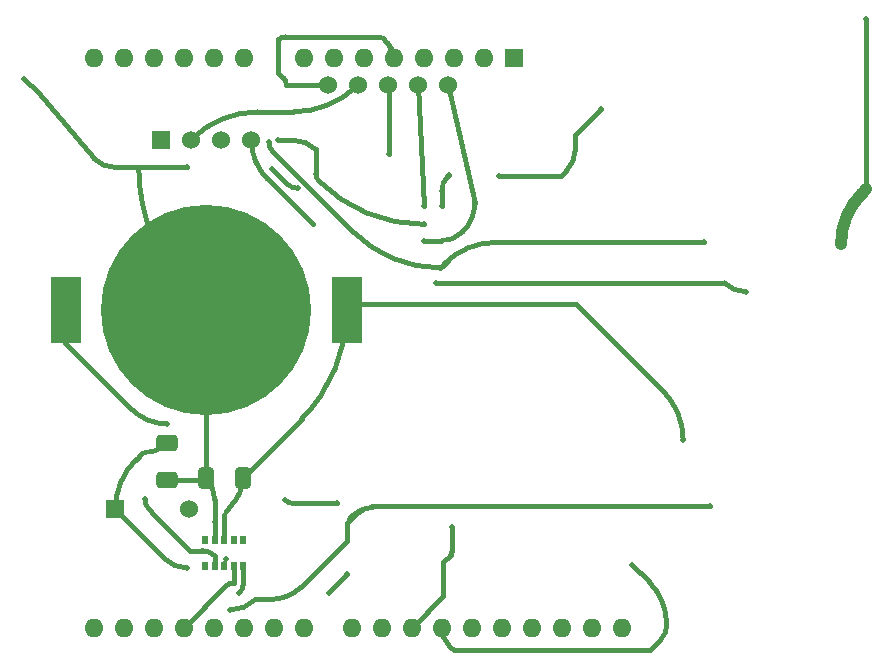
<source format=gbr>
%TF.GenerationSoftware,KiCad,Pcbnew,(5.99.0-13050-gf79cb382c4)*%
%TF.CreationDate,2021-11-18T10:13:38-08:00*%
%TF.ProjectId,S_Alarm,535f416c-6172-46d2-9e6b-696361645f70,rev?*%
%TF.SameCoordinates,Original*%
%TF.FileFunction,Copper,L2,Bot*%
%TF.FilePolarity,Positive*%
%FSLAX46Y46*%
G04 Gerber Fmt 4.6, Leading zero omitted, Abs format (unit mm)*
G04 Created by KiCad (PCBNEW (5.99.0-13050-gf79cb382c4)) date 2021-11-18 10:13:38*
%MOMM*%
%LPD*%
G01*
G04 APERTURE LIST*
G04 Aperture macros list*
%AMRoundRect*
0 Rectangle with rounded corners*
0 $1 Rounding radius*
0 $2 $3 $4 $5 $6 $7 $8 $9 X,Y pos of 4 corners*
0 Add a 4 corners polygon primitive as box body*
4,1,4,$2,$3,$4,$5,$6,$7,$8,$9,$2,$3,0*
0 Add four circle primitives for the rounded corners*
1,1,$1+$1,$2,$3*
1,1,$1+$1,$4,$5*
1,1,$1+$1,$6,$7*
1,1,$1+$1,$8,$9*
0 Add four rect primitives between the rounded corners*
20,1,$1+$1,$2,$3,$4,$5,0*
20,1,$1+$1,$4,$5,$6,$7,0*
20,1,$1+$1,$6,$7,$8,$9,0*
20,1,$1+$1,$8,$9,$2,$3,0*%
G04 Aperture macros list end*
%TA.AperFunction,ComponentPad*%
%ADD10R,1.600000X1.600000*%
%TD*%
%TA.AperFunction,ComponentPad*%
%ADD11O,1.600000X1.600000*%
%TD*%
%TA.AperFunction,ComponentPad*%
%ADD12R,1.524000X1.524000*%
%TD*%
%TA.AperFunction,ComponentPad*%
%ADD13C,1.524000*%
%TD*%
%TA.AperFunction,SMDPad,CuDef*%
%ADD14RoundRect,0.250000X-0.650000X0.412500X-0.650000X-0.412500X0.650000X-0.412500X0.650000X0.412500X0*%
%TD*%
%TA.AperFunction,SMDPad,CuDef*%
%ADD15RoundRect,0.250000X-0.412500X-0.650000X0.412500X-0.650000X0.412500X0.650000X-0.412500X0.650000X0*%
%TD*%
%TA.AperFunction,SMDPad,CuDef*%
%ADD16R,2.600000X5.560000*%
%TD*%
%TA.AperFunction,SMDPad,CuDef*%
%ADD17C,17.800000*%
%TD*%
%TA.AperFunction,SMDPad,CuDef*%
%ADD18R,0.500000X0.800000*%
%TD*%
%TA.AperFunction,ViaPad*%
%ADD19C,0.508000*%
%TD*%
%TA.AperFunction,Conductor*%
%ADD20C,0.450000*%
%TD*%
%TA.AperFunction,Conductor*%
%ADD21C,1.000000*%
%TD*%
%TA.AperFunction,Conductor*%
%ADD22C,0.152400*%
%TD*%
G04 APERTURE END LIST*
D10*
%TO.P,A1,1,NC*%
%TO.N,unconnected-(A1-Pad1)*%
X126111000Y-50800000D03*
D11*
%TO.P,A1,2,IOREF*%
%TO.N,unconnected-(A1-Pad2)*%
X123571000Y-50800000D03*
%TO.P,A1,3,~{RESET}*%
%TO.N,unconnected-(A1-Pad3)*%
X121031000Y-50800000D03*
%TO.P,A1,4,3V3*%
%TO.N,unconnected-(A1-Pad4)*%
X118491000Y-50800000D03*
%TO.P,A1,5,+5V*%
%TO.N,VDD*%
X115951000Y-50800000D03*
%TO.P,A1,6,GND*%
%TO.N,unconnected-(A1-Pad6)*%
X113411000Y-50800000D03*
%TO.P,A1,7,GND*%
%TO.N,unconnected-(A1-Pad7)*%
X110871000Y-50800000D03*
%TO.P,A1,8,VIN*%
%TO.N,unconnected-(A1-Pad8)*%
X108331000Y-50800000D03*
%TO.P,A1,9,A0*%
%TO.N,unconnected-(A1-Pad9)*%
X103251000Y-50800000D03*
%TO.P,A1,10,A1*%
%TO.N,unconnected-(A1-Pad10)*%
X100711000Y-50800000D03*
%TO.P,A1,11,A2*%
%TO.N,ENTER*%
X98171000Y-50800000D03*
%TO.P,A1,12,A3*%
%TO.N,SELECT*%
X95631000Y-50800000D03*
%TO.P,A1,13,SDA/A4*%
%TO.N,Net-(A1-Pad13)*%
X93091000Y-50800000D03*
%TO.P,A1,14,SCL/A5*%
%TO.N,Net-(A1-Pad14)*%
X90551000Y-50800000D03*
%TO.P,A1,15,D0/RX*%
%TO.N,unconnected-(A1-Pad15)*%
X90551000Y-99060000D03*
%TO.P,A1,16,D1/TX*%
%TO.N,unconnected-(A1-Pad16)*%
X93091000Y-99060000D03*
%TO.P,A1,17,D2*%
%TO.N,GSTR_INT*%
X95631000Y-99060000D03*
%TO.P,A1,18,D3*%
%TO.N,RTC_INT1*%
X98171000Y-99060000D03*
%TO.P,A1,19,D4*%
%TO.N,unconnected-(A1-Pad19)*%
X100711000Y-99060000D03*
%TO.P,A1,20,D5*%
%TO.N,BZR*%
X103251000Y-99060000D03*
%TO.P,A1,21,D6*%
%TO.N,unconnected-(A1-Pad21)*%
X105791000Y-99060000D03*
%TO.P,A1,22,D7*%
%TO.N,unconnected-(A1-Pad22)*%
X108331000Y-99060000D03*
%TO.P,A1,23,D8*%
%TO.N,LED_CNTRL*%
X112391000Y-99060000D03*
%TO.P,A1,24,D9*%
%TO.N,unconnected-(A1-Pad24)*%
X114931000Y-99060000D03*
%TO.P,A1,25,D10*%
%TO.N,PRG_IND*%
X117471000Y-99060000D03*
%TO.P,A1,26,D11*%
%TO.N,PWR_IND*%
X120011000Y-99060000D03*
%TO.P,A1,27,D12*%
%TO.N,unconnected-(A1-Pad27)*%
X122551000Y-99060000D03*
%TO.P,A1,28,D13*%
%TO.N,unconnected-(A1-Pad28)*%
X125091000Y-99060000D03*
%TO.P,A1,29,GND*%
%TO.N,GND*%
X127631000Y-99060000D03*
%TO.P,A1,30,AREF*%
%TO.N,unconnected-(A1-Pad30)*%
X130171000Y-99060000D03*
%TO.P,A1,31,SDA/A4*%
%TO.N,unconnected-(A1-Pad31)*%
X132711000Y-99060000D03*
%TO.P,A1,32,SCL/A5*%
%TO.N,unconnected-(A1-Pad32)*%
X135251000Y-99060000D03*
%TD*%
D12*
%TO.P,DS2,1,VCC*%
%TO.N,VDD*%
X96266000Y-57715000D03*
D13*
%TO.P,DS2,2,GND*%
%TO.N,GND*%
X98806000Y-57715000D03*
%TO.P,DS2,3,SCL*%
%TO.N,Net-(A1-Pad14)*%
X101346000Y-57715000D03*
%TO.P,DS2,4,SDA*%
%TO.N,Net-(A1-Pad13)*%
X103886000Y-57715000D03*
%TD*%
%TO.P,U1,1,VIN*%
%TO.N,VDD*%
X110395000Y-53086000D03*
%TO.P,U1,2,GND*%
%TO.N,GND*%
X112935000Y-53086000D03*
%TO.P,U1,3,SCL*%
%TO.N,Net-(A1-Pad14)*%
X115475000Y-53086000D03*
%TO.P,U1,4,SDA*%
%TO.N,Net-(A1-Pad13)*%
X118015000Y-53086000D03*
%TO.P,U1,5,INT*%
%TO.N,GSTR_INT*%
X120555000Y-53086000D03*
%TD*%
D12*
%TO.P,BZ1,1,-*%
%TO.N,VDD*%
X92377000Y-89027000D03*
D13*
%TO.P,BZ1,2,+*%
%TO.N,Net-(BZ1-Pad2)*%
X98627000Y-89027000D03*
%TD*%
D14*
%TO.P,C2,1*%
%TO.N,VDD*%
X96774000Y-83400500D03*
%TO.P,C2,2*%
%TO.N,GND*%
X96774000Y-86525500D03*
%TD*%
D15*
%TO.P,C3,1*%
%TO.N,GND*%
X100037500Y-86360000D03*
%TO.P,C3,2*%
%TO.N,V_CR3023*%
X103162500Y-86360000D03*
%TD*%
D16*
%TO.P,BT1,1,+*%
%TO.N,V_CR3023*%
X111981000Y-72136000D03*
X88171000Y-72136000D03*
D17*
%TO.P,BT1,2,-*%
%TO.N,GND*%
X100076000Y-72136000D03*
%TD*%
D18*
%TO.P,Y1,1,VDD*%
%TO.N,VDD*%
X103200000Y-93810000D03*
%TO.P,Y1,2,~{INT_1}*%
%TO.N,RTC_INT1*%
X102400000Y-93810000D03*
%TO.P,Y1,3,SCL*%
%TO.N,Net-(A1-Pad14)*%
X101600000Y-93810000D03*
%TO.P,Y1,4,SDA*%
%TO.N,Net-(A1-Pad13)*%
X100800000Y-93810000D03*
%TO.P,Y1,5,CLKOUT*%
%TO.N,unconnected-(Y1-Pad5)*%
X100000000Y-93810000D03*
%TO.P,Y1,6,~{INT_2}*%
%TO.N,BUP_IND*%
X100000000Y-91610000D03*
%TO.P,Y1,7,VSS*%
%TO.N,GND*%
X100800000Y-91610000D03*
%TO.P,Y1,8,VBACKUP*%
%TO.N,V_CR3023*%
X101600000Y-91610000D03*
%TO.P,Y1,9,N.C._1*%
%TO.N,unconnected-(Y1-Pad9)*%
X102400000Y-91610000D03*
%TO.P,Y1,10,N.C._2*%
%TO.N,unconnected-(Y1-Pad10)*%
X103200000Y-91610000D03*
%TD*%
D19*
%TO.N,GSTR_INT*%
X112014000Y-94488000D03*
X110490000Y-96139000D03*
X118491000Y-66294000D03*
%TO.N,VDD*%
X98425000Y-93980000D03*
X102870000Y-96139000D03*
%TO.N,PRG_IND*%
X120904000Y-90551000D03*
%TO.N,PWR_IND*%
X136144000Y-93726000D03*
%TO.N,ENTER*%
X119507000Y-69850000D03*
X118491000Y-64897000D03*
X145796000Y-70612000D03*
X106172000Y-57785000D03*
%TO.N,SELECT*%
X105410000Y-57912000D03*
X142240000Y-66421000D03*
%TO.N,Net-(A1-Pad13)*%
X118491000Y-63373000D03*
X94869000Y-88138000D03*
X109093000Y-64897000D03*
%TO.N,GND*%
X100800000Y-90081000D03*
X155956000Y-47498000D03*
X111125000Y-88519000D03*
X153819000Y-66548002D03*
X84670500Y-52578000D03*
X106783000Y-88265000D03*
X98425000Y-60071000D03*
%TO.N,Net-(A1-Pad14)*%
X101727000Y-93218000D03*
X120015000Y-63373000D03*
X120650000Y-60706000D03*
X124841000Y-60833000D03*
X115570000Y-58928000D03*
X133477000Y-55118000D03*
X105664000Y-60198000D03*
X107823000Y-61849000D03*
%TO.N,V_CR3023*%
X103162500Y-86360000D03*
X96774000Y-81788000D03*
X140462000Y-83159000D03*
%TO.N,BUP_IND*%
X100000000Y-91610000D03*
X102108000Y-97536000D03*
X142748000Y-88773000D03*
%TD*%
D20*
%TO.N,V_CR3023*%
X93738764Y-80530764D02*
X88138000Y-74930000D01*
X93738764Y-80530764D02*
G75*
G03*
X96774000Y-81788000I3035236J3035235D01*
G01*
%TO.N,PWR_IND*%
X137538356Y-95120357D02*
X136144000Y-93726000D01*
X137538356Y-95120357D02*
G75*
G02*
X139065000Y-98806000I-3685641J-3685643D01*
G01*
X139065000Y-98806000D02*
G75*
G02*
X138526184Y-100106816I-1839632J1D01*
G01*
X137668000Y-100965000D02*
X138526184Y-100106816D01*
%TO.N,GSTR_INT*%
X119953370Y-66294000D02*
X118491000Y-66294000D01*
X120555000Y-53086000D02*
X122809000Y-63079160D01*
X119953370Y-66293999D02*
G75*
G03*
X121793000Y-65532000I-2J2601634D01*
G01*
X121793000Y-65532000D02*
G75*
G03*
X122809000Y-63079160I-2452843J2452842D01*
G01*
%TO.N,Net-(A1-Pad13)*%
X118491000Y-63373000D02*
X118015000Y-53086000D01*
%TO.N,GND*%
X106783000Y-88265000D02*
G75*
G03*
X107396210Y-88519000I613210J613209D01*
G01*
X111125000Y-88519000D02*
X107396210Y-88519000D01*
%TO.N,PRG_IND*%
X120142000Y-93502815D02*
X120761795Y-92883021D01*
X120904000Y-91663185D02*
X120904000Y-92539708D01*
%TO.N,ENTER*%
X109602095Y-61215095D02*
G75*
G03*
X118490999Y-64897000I8888905J8888904D01*
G01*
X118491000Y-64897000D02*
X118490999Y-64897000D01*
X107507370Y-57785000D02*
X106172000Y-57785000D01*
X107507370Y-57785000D02*
G75*
G02*
X109347000Y-58547000I2J-2601623D01*
G01*
X109347000Y-60599242D02*
X109347000Y-58547000D01*
X109347001Y-60599242D02*
G75*
G03*
X109602096Y-61215094I870942J-2D01*
G01*
%TO.N,SELECT*%
X105664000Y-58674000D02*
X112516713Y-65526713D01*
X105410000Y-57912000D02*
X105410000Y-58060790D01*
X105664000Y-58674000D02*
G75*
G02*
X105410000Y-58060790I613209J613210D01*
G01*
X119888000Y-68580000D02*
G75*
G02*
X112516713Y-65526713I-2J10424568D01*
G01*
%TO.N,GND*%
X92390630Y-60071000D02*
X98425000Y-60071000D01*
X85799040Y-53706541D02*
X90551000Y-59309000D01*
X92390630Y-60071000D02*
G75*
G02*
X90551000Y-59309000I-2J2601623D01*
G01*
%TO.N,VDD*%
X103199999Y-95342310D02*
G75*
G02*
X102869999Y-96138999I-1126684J-2D01*
G01*
%TO.N,V_CR3023*%
X138725269Y-78966162D02*
X131387108Y-71628000D01*
X138725269Y-78966162D02*
G75*
G02*
X140462000Y-83159000I-4192838J-4192839D01*
G01*
%TO.N,PWR_IND*%
X120011000Y-99060000D02*
G75*
G03*
X120636790Y-100570790I2136583J2D01*
G01*
X121031000Y-100965000D02*
X120636790Y-100570790D01*
X137668000Y-100965000D02*
X121031000Y-100965000D01*
%TO.N,PRG_IND*%
X120761795Y-92883021D02*
G75*
G03*
X120904000Y-92539708I-343313J343313D01*
G01*
X120904000Y-90551000D02*
X120904000Y-91663185D01*
%TO.N,BUP_IND*%
X112565579Y-89596631D02*
G75*
G02*
X114554000Y-88773000I1988422J-1988423D01*
G01*
X112565579Y-89596631D02*
X112014000Y-90148210D01*
X114554000Y-88773000D02*
X114107630Y-88773000D01*
X142748000Y-88773000D02*
X114554000Y-88773000D01*
X108138631Y-95569369D02*
G75*
G02*
X105537000Y-96647000I-2601631J2601631D01*
G01*
X104254235Y-96647000D02*
G75*
G02*
X102108000Y-97536000I-2146232J2146228D01*
G01*
%TO.N,RTC_INT1*%
X101677134Y-95553866D02*
X98171000Y-99060000D01*
X101677134Y-95553866D02*
G75*
G02*
X102400000Y-95254445I722867J-722867D01*
G01*
%TO.N,VDD*%
X96555718Y-93205718D02*
X92377000Y-89027000D01*
X96555718Y-93205718D02*
G75*
G03*
X98425000Y-93980000I1869281J1869279D01*
G01*
X94117190Y-84825810D02*
G75*
G03*
X92377000Y-89027000I4201185J-4201188D01*
G01*
X94671699Y-84271302D02*
X94671698Y-84271302D01*
X94671699Y-84271301D02*
G75*
G03*
X96773999Y-83400499I0J2973101D01*
G01*
%TO.N,Net-(A1-Pad13)*%
X95694500Y-89471500D02*
X95228211Y-89005211D01*
X95228210Y-89005210D02*
X95694500Y-89471500D01*
X98742500Y-92519500D02*
X95694500Y-89471500D01*
X95228210Y-89005210D02*
G75*
G02*
X94869000Y-88138000I867213J867211D01*
G01*
X99736539Y-92519501D02*
G75*
G02*
X100799999Y-92960001I3J-1503953D01*
G01*
X100800000Y-93810000D02*
X100800000Y-92960000D01*
X99736539Y-92519500D02*
X98742500Y-92519500D01*
%TO.N,GND*%
X100800000Y-90081000D02*
X100800000Y-88200837D01*
X100037500Y-86360000D02*
G75*
G02*
X100800000Y-88200837I-1840825J-1840833D01*
G01*
%TO.N,V_CR3023*%
X102201895Y-88679105D02*
G75*
G03*
X103162500Y-86360000I-2319106J2319106D01*
G01*
X108158734Y-81363765D02*
X103162500Y-86360000D01*
X108158734Y-81363765D02*
G75*
G03*
X111981000Y-72136000I-9227754J9227761D01*
G01*
%TO.N,SELECT*%
X120250880Y-68217120D02*
X119888000Y-68580000D01*
X120250880Y-68217120D02*
G75*
G02*
X124587000Y-66421000I4336219J-4336220D01*
G01*
X142240000Y-66421000D02*
X124587000Y-66421000D01*
%TO.N,Net-(A1-Pad14)*%
X107823000Y-61849000D02*
G75*
G02*
X106955789Y-61489789I-1J1226418D01*
G01*
X105664000Y-60198000D02*
X106955789Y-61489789D01*
%TO.N,GND*%
X98851128Y-70911128D02*
X100076000Y-72136000D01*
X98851128Y-70911128D02*
G75*
G02*
X94361000Y-60071000I10840125J10840127D01*
G01*
%TO.N,Net-(A1-Pad13)*%
X103886000Y-57715000D02*
G75*
G03*
X105282536Y-61086536I4768069J-1D01*
G01*
%TO.N,SELECT*%
X120507593Y-67960408D02*
X119888000Y-68580000D01*
%TO.N,GND*%
X107416108Y-55372000D02*
X104462502Y-55372000D01*
X107416108Y-55371999D02*
G75*
G03*
X112934999Y-53085999I-2J7804896D01*
G01*
X98806000Y-57715000D02*
G75*
G02*
X104462502Y-55372000I5656500J-5656496D01*
G01*
%TO.N,Net-(A1-Pad14)*%
X120523000Y-60833000D02*
G75*
G03*
X120015000Y-62059420I1226424J-1226422D01*
G01*
%TO.N,VDD*%
X106859604Y-53086000D02*
G75*
G03*
X106605605Y-52472790I-867210J0D01*
G01*
X106172000Y-52039185D02*
X106605605Y-52472790D01*
X106172000Y-49276000D02*
X106172000Y-52039185D01*
X114755395Y-49022000D02*
X106785210Y-49022000D01*
X106172000Y-49276000D02*
G75*
G02*
X106785210Y-49022000I613210J-613209D01*
G01*
X115412185Y-49499184D02*
X115062000Y-49149000D01*
X115412185Y-49499184D02*
G75*
G02*
X115951000Y-50800000I-1300826J-1300819D01*
G01*
%TO.N,ENTER*%
X143956370Y-69850000D02*
G75*
G03*
X145796000Y-70612000I1839630J1839628D01*
G01*
%TO.N,Net-(A1-Pad14)*%
X130556001Y-60399395D02*
G75*
G03*
X131318000Y-58559765I-1839634J1839631D01*
G01*
X130556001Y-60399395D02*
X130122395Y-60833000D01*
D21*
%TO.N,GND*%
X153819000Y-66548002D02*
G75*
G02*
X155584386Y-62285984I6027402J0D01*
G01*
X155956000Y-61914370D02*
X155584386Y-62285984D01*
D20*
%TO.N,GSTR_INT*%
X112014000Y-94488000D02*
X110579803Y-95922197D01*
D22*
X110490000Y-96139000D02*
G75*
G02*
X110579803Y-95922197I306600J2D01*
G01*
D20*
%TO.N,RTC_INT1*%
X102400000Y-95254445D02*
X102400000Y-93810000D01*
%TO.N,VDD*%
X106859605Y-53086000D02*
X110395000Y-53086000D01*
X94671698Y-84271302D02*
X94117190Y-84825810D01*
X115412185Y-49499184D02*
X115412185Y-49499186D01*
X103200000Y-93810000D02*
X103200000Y-95342310D01*
D22*
X115951000Y-50800000D02*
G75*
G02*
X115412185Y-49499186I1300810J1300813D01*
G01*
X114755395Y-49022001D02*
G75*
G02*
X115061999Y-49149001I2J-433599D01*
G01*
D20*
%TO.N,PRG_IND*%
X120142000Y-93502815D02*
X120142000Y-96393000D01*
X120142000Y-96393000D02*
X117477829Y-99057171D01*
D22*
X117471000Y-99059999D02*
G75*
G03*
X117477828Y-99057170I-1J9659D01*
G01*
D20*
%TO.N,PWR_IND*%
X136144000Y-93726001D02*
X136144000Y-93726000D01*
%TO.N,ENTER*%
X119507000Y-69850000D02*
X143956370Y-69850000D01*
%TO.N,Net-(A1-Pad13)*%
X100800000Y-93810000D02*
X100800000Y-93104470D01*
X109093000Y-64897000D02*
X105282536Y-61086536D01*
D22*
X94869000Y-88138000D02*
G75*
G03*
X95228211Y-89005211I1226418J-1D01*
G01*
D20*
%TO.N,GND*%
X96774000Y-86525500D02*
X99637948Y-86525500D01*
X94107000Y-60071000D02*
X94361000Y-60071000D01*
X85799040Y-53706541D02*
X84670500Y-52578000D01*
X100037500Y-86360000D02*
X100037500Y-72174500D01*
X100800000Y-90081000D02*
X100800000Y-91610000D01*
X94323803Y-60108198D02*
X94361000Y-60071000D01*
X155956000Y-47498000D02*
X155956000Y-61914370D01*
X100037500Y-72174500D02*
X100076000Y-72136000D01*
X94361000Y-60071000D02*
X98425000Y-60071000D01*
D22*
X100037500Y-86360000D02*
G75*
G02*
X99637948Y-86525500I-399552J399551D01*
G01*
X94234000Y-60325000D02*
G75*
G03*
X98005708Y-69430708I12877414J0D01*
G01*
X94323803Y-60108198D02*
G75*
G03*
X94234000Y-60325000I216797J-216801D01*
G01*
D20*
%TO.N,Net-(A1-Pad14)*%
X131318000Y-57334000D02*
X131318000Y-58559765D01*
X130122395Y-60833000D02*
X124841000Y-60833000D01*
X133477000Y-55118000D02*
X131358305Y-57236695D01*
X120523000Y-60833000D02*
X120650000Y-60706000D01*
X101600000Y-93810000D02*
X101600000Y-93524605D01*
X115570000Y-58928000D02*
X115570000Y-53315350D01*
X120015000Y-63373000D02*
X120015000Y-62059420D01*
D22*
X131318001Y-57334000D02*
G75*
G02*
X131358306Y-57236696I137610J0D01*
G01*
X101727000Y-93218000D02*
G75*
G03*
X101600000Y-93524605I306604J-306605D01*
G01*
X115475000Y-53086000D02*
G75*
G02*
X115570000Y-53315350I-229343J-229347D01*
G01*
D20*
%TO.N,V_CR3023*%
X111981000Y-73287680D02*
X111850489Y-73418191D01*
X111981000Y-72136000D02*
X111981000Y-73287680D01*
X88417417Y-72382417D02*
X88417417Y-72616451D01*
X101727000Y-89154000D02*
X102201895Y-88679105D01*
X101600000Y-91610000D02*
X101600000Y-89460605D01*
X111981000Y-72136000D02*
X112489000Y-71628000D01*
X112489000Y-71628000D02*
X131387108Y-71628000D01*
X88171000Y-72136000D02*
X88417417Y-72382417D01*
D22*
X111506000Y-74561356D02*
G75*
G02*
X111850489Y-73418191I2082241J-3989D01*
G01*
X101727000Y-89154000D02*
G75*
G03*
X101600000Y-89460605I306604J-306605D01*
G01*
D20*
%TO.N,BUP_IND*%
X105537000Y-96647000D02*
X104254235Y-96647000D01*
X112014000Y-91694000D02*
X108138631Y-95569369D01*
X112014000Y-90148210D02*
X112014000Y-91694000D01*
D22*
X112014000Y-90148210D02*
G75*
G02*
X112268000Y-89535000I867199J4D01*
G01*
X112268000Y-89535000D02*
G75*
G02*
X114107630Y-88773000I1839630J-1839628D01*
G01*
%TD*%
M02*

</source>
